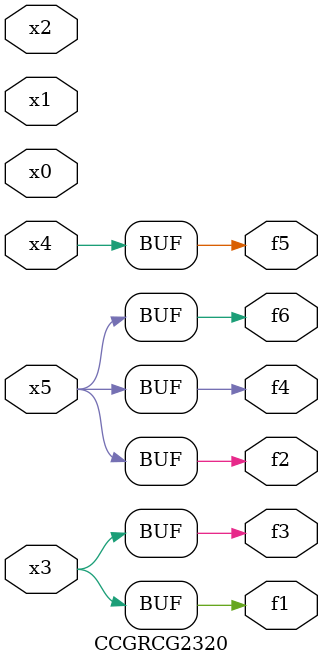
<source format=v>
module CCGRCG2320(
	input x0, x1, x2, x3, x4, x5,
	output f1, f2, f3, f4, f5, f6
);
	assign f1 = x3;
	assign f2 = x5;
	assign f3 = x3;
	assign f4 = x5;
	assign f5 = x4;
	assign f6 = x5;
endmodule

</source>
